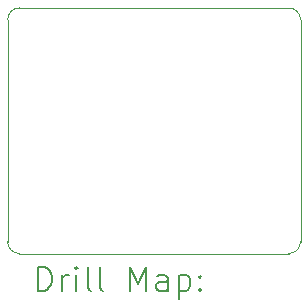
<source format=gbr>
%TF.GenerationSoftware,KiCad,Pcbnew,8.0.4*%
%TF.CreationDate,2024-09-13T11:55:58+01:00*%
%TF.ProjectId,MkI,4d6b492e-6b69-4636-9164-5f7063625858,rev?*%
%TF.SameCoordinates,Original*%
%TF.FileFunction,Drillmap*%
%TF.FilePolarity,Positive*%
%FSLAX45Y45*%
G04 Gerber Fmt 4.5, Leading zero omitted, Abs format (unit mm)*
G04 Created by KiCad (PCBNEW 8.0.4) date 2024-09-13 11:55:58*
%MOMM*%
%LPD*%
G01*
G04 APERTURE LIST*
%ADD10C,0.050000*%
%ADD11C,0.200000*%
G04 APERTURE END LIST*
D10*
X10982500Y-7659500D02*
G75*
G02*
X11082496Y-7759500I-4J-100000D01*
G01*
X8602500Y-7759500D02*
G75*
G02*
X8702500Y-7659504I99996J0D01*
G01*
X8602500Y-7759500D02*
X8602500Y-9639500D01*
X10982500Y-9739500D02*
X8702500Y-9739500D01*
X8702500Y-7659500D02*
X10982500Y-7659500D01*
X8702500Y-9739500D02*
G75*
G02*
X8602496Y-9639500I-4J100000D01*
G01*
X11082500Y-7759500D02*
X11082500Y-9639500D01*
X11082500Y-9639500D02*
G75*
G02*
X10982500Y-9739504I-100004J0D01*
G01*
D11*
X8860777Y-10053484D02*
X8860777Y-9853484D01*
X8860777Y-9853484D02*
X8908396Y-9853484D01*
X8908396Y-9853484D02*
X8936967Y-9863008D01*
X8936967Y-9863008D02*
X8956015Y-9882055D01*
X8956015Y-9882055D02*
X8965539Y-9901103D01*
X8965539Y-9901103D02*
X8975063Y-9939198D01*
X8975063Y-9939198D02*
X8975063Y-9967770D01*
X8975063Y-9967770D02*
X8965539Y-10005865D01*
X8965539Y-10005865D02*
X8956015Y-10024912D01*
X8956015Y-10024912D02*
X8936967Y-10043960D01*
X8936967Y-10043960D02*
X8908396Y-10053484D01*
X8908396Y-10053484D02*
X8860777Y-10053484D01*
X9060777Y-10053484D02*
X9060777Y-9920150D01*
X9060777Y-9958246D02*
X9070301Y-9939198D01*
X9070301Y-9939198D02*
X9079824Y-9929674D01*
X9079824Y-9929674D02*
X9098872Y-9920150D01*
X9098872Y-9920150D02*
X9117920Y-9920150D01*
X9184586Y-10053484D02*
X9184586Y-9920150D01*
X9184586Y-9853484D02*
X9175063Y-9863008D01*
X9175063Y-9863008D02*
X9184586Y-9872531D01*
X9184586Y-9872531D02*
X9194110Y-9863008D01*
X9194110Y-9863008D02*
X9184586Y-9853484D01*
X9184586Y-9853484D02*
X9184586Y-9872531D01*
X9308396Y-10053484D02*
X9289348Y-10043960D01*
X9289348Y-10043960D02*
X9279824Y-10024912D01*
X9279824Y-10024912D02*
X9279824Y-9853484D01*
X9413158Y-10053484D02*
X9394110Y-10043960D01*
X9394110Y-10043960D02*
X9384586Y-10024912D01*
X9384586Y-10024912D02*
X9384586Y-9853484D01*
X9641729Y-10053484D02*
X9641729Y-9853484D01*
X9641729Y-9853484D02*
X9708396Y-9996341D01*
X9708396Y-9996341D02*
X9775063Y-9853484D01*
X9775063Y-9853484D02*
X9775063Y-10053484D01*
X9956015Y-10053484D02*
X9956015Y-9948722D01*
X9956015Y-9948722D02*
X9946491Y-9929674D01*
X9946491Y-9929674D02*
X9927444Y-9920150D01*
X9927444Y-9920150D02*
X9889348Y-9920150D01*
X9889348Y-9920150D02*
X9870301Y-9929674D01*
X9956015Y-10043960D02*
X9936967Y-10053484D01*
X9936967Y-10053484D02*
X9889348Y-10053484D01*
X9889348Y-10053484D02*
X9870301Y-10043960D01*
X9870301Y-10043960D02*
X9860777Y-10024912D01*
X9860777Y-10024912D02*
X9860777Y-10005865D01*
X9860777Y-10005865D02*
X9870301Y-9986817D01*
X9870301Y-9986817D02*
X9889348Y-9977293D01*
X9889348Y-9977293D02*
X9936967Y-9977293D01*
X9936967Y-9977293D02*
X9956015Y-9967770D01*
X10051253Y-9920150D02*
X10051253Y-10120150D01*
X10051253Y-9929674D02*
X10070301Y-9920150D01*
X10070301Y-9920150D02*
X10108396Y-9920150D01*
X10108396Y-9920150D02*
X10127444Y-9929674D01*
X10127444Y-9929674D02*
X10136967Y-9939198D01*
X10136967Y-9939198D02*
X10146491Y-9958246D01*
X10146491Y-9958246D02*
X10146491Y-10015389D01*
X10146491Y-10015389D02*
X10136967Y-10034436D01*
X10136967Y-10034436D02*
X10127444Y-10043960D01*
X10127444Y-10043960D02*
X10108396Y-10053484D01*
X10108396Y-10053484D02*
X10070301Y-10053484D01*
X10070301Y-10053484D02*
X10051253Y-10043960D01*
X10232205Y-10034436D02*
X10241729Y-10043960D01*
X10241729Y-10043960D02*
X10232205Y-10053484D01*
X10232205Y-10053484D02*
X10222682Y-10043960D01*
X10222682Y-10043960D02*
X10232205Y-10034436D01*
X10232205Y-10034436D02*
X10232205Y-10053484D01*
X10232205Y-9929674D02*
X10241729Y-9939198D01*
X10241729Y-9939198D02*
X10232205Y-9948722D01*
X10232205Y-9948722D02*
X10222682Y-9939198D01*
X10222682Y-9939198D02*
X10232205Y-9929674D01*
X10232205Y-9929674D02*
X10232205Y-9948722D01*
M02*

</source>
